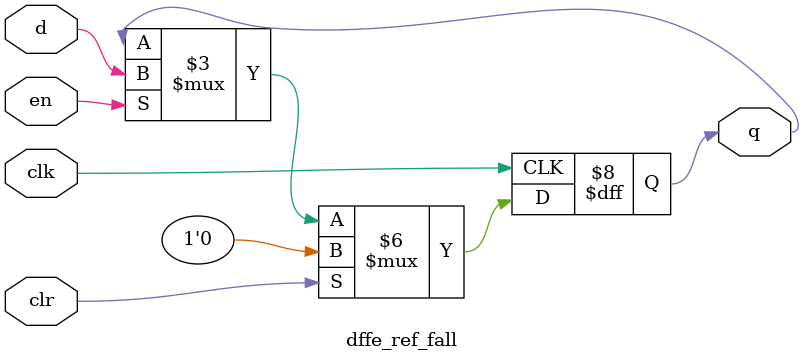
<source format=v>
module dffe_ref_fall (q, d, clk, en, clr);
   
   //Inputs
   input d, clk, en, clr;
   
   //Internal wire
   wire clr;

   //Output
   output q;
   
   //Register
   reg q;

   //Intialize q to 0
   initial
   begin
       q = 1'b0;
   end

   //Set value of q on positive edge of the clock or clear
   always @(negedge clk) begin
       //If clear is high, set q to 0
       if (clr) begin
           q <= 1'b0;
       //If enable is high, set q to the value of d
       end else if (en) begin
           q <= d;
       end
   end
endmodule
</source>
